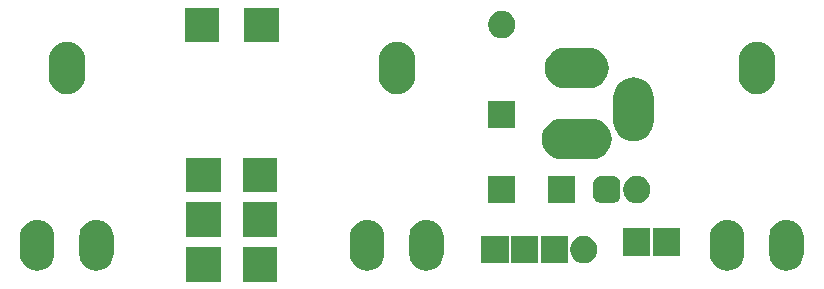
<source format=gbr>
G04 #@! TF.GenerationSoftware,KiCad,Pcbnew,5.1.6-c6e7f7d~87~ubuntu19.10.1*
G04 #@! TF.CreationDate,2022-07-30T15:19:17+06:00*
G04 #@! TF.ProjectId,1590BB2_connector_board_extended_r1a,31353930-4242-4325-9f63-6f6e6e656374,1A*
G04 #@! TF.SameCoordinates,Original*
G04 #@! TF.FileFunction,Soldermask,Bot*
G04 #@! TF.FilePolarity,Negative*
%FSLAX46Y46*%
G04 Gerber Fmt 4.6, Leading zero omitted, Abs format (unit mm)*
G04 Created by KiCad (PCBNEW 5.1.6-c6e7f7d~87~ubuntu19.10.1) date 2022-07-30 15:19:17*
%MOMM*%
%LPD*%
G01*
G04 APERTURE LIST*
%ADD10C,0.100000*%
G04 APERTURE END LIST*
D10*
G36*
X94020000Y-160825000D02*
G01*
X91120000Y-160825000D01*
X91120000Y-157925000D01*
X94020000Y-157925000D01*
X94020000Y-160825000D01*
G37*
G36*
X89220000Y-160825000D02*
G01*
X86320000Y-160825000D01*
X86320000Y-157925000D01*
X89220000Y-157925000D01*
X89220000Y-160825000D01*
G37*
G36*
X106924249Y-155625981D02*
G01*
X107060912Y-155667438D01*
X107197576Y-155708894D01*
X107449472Y-155843534D01*
X107670265Y-156024735D01*
X107851466Y-156245527D01*
X107986106Y-156497423D01*
X108069019Y-156770751D01*
X108090000Y-156983774D01*
X108090000Y-158526226D01*
X108069019Y-158739249D01*
X107986106Y-159012577D01*
X107851466Y-159264473D01*
X107670265Y-159485265D01*
X107449473Y-159666466D01*
X107197577Y-159801106D01*
X107060913Y-159842563D01*
X106924250Y-159884019D01*
X106640000Y-159912015D01*
X106355751Y-159884019D01*
X106219088Y-159842563D01*
X106082424Y-159801106D01*
X105830528Y-159666466D01*
X105609736Y-159485265D01*
X105428535Y-159264473D01*
X105293895Y-159012577D01*
X105210981Y-158739249D01*
X105190000Y-158526226D01*
X105190000Y-156983775D01*
X105210981Y-156770752D01*
X105210982Y-156770750D01*
X105293894Y-156497425D01*
X105293894Y-156497424D01*
X105428534Y-156245528D01*
X105609735Y-156024735D01*
X105830527Y-155843534D01*
X106082423Y-155708894D01*
X106219087Y-155667437D01*
X106355750Y-155625981D01*
X106640000Y-155597985D01*
X106924249Y-155625981D01*
G37*
G36*
X132404249Y-155625981D02*
G01*
X132540912Y-155667438D01*
X132677576Y-155708894D01*
X132929472Y-155843534D01*
X133150265Y-156024735D01*
X133331466Y-156245527D01*
X133466106Y-156497423D01*
X133549019Y-156770751D01*
X133570000Y-156983774D01*
X133570000Y-158526226D01*
X133549019Y-158739249D01*
X133466106Y-159012577D01*
X133331466Y-159264473D01*
X133150265Y-159485265D01*
X132929473Y-159666466D01*
X132677577Y-159801106D01*
X132540913Y-159842563D01*
X132404250Y-159884019D01*
X132120000Y-159912015D01*
X131835751Y-159884019D01*
X131699088Y-159842563D01*
X131562424Y-159801106D01*
X131310528Y-159666466D01*
X131089736Y-159485265D01*
X130908535Y-159264473D01*
X130773895Y-159012577D01*
X130690981Y-158739249D01*
X130670000Y-158526226D01*
X130670000Y-156983775D01*
X130690981Y-156770752D01*
X130690982Y-156770750D01*
X130773894Y-156497425D01*
X130773894Y-156497424D01*
X130908534Y-156245528D01*
X131089735Y-156024735D01*
X131310527Y-155843534D01*
X131562423Y-155708894D01*
X131699087Y-155667437D01*
X131835750Y-155625981D01*
X132120000Y-155597985D01*
X132404249Y-155625981D01*
G37*
G36*
X137404249Y-155625981D02*
G01*
X137540912Y-155667438D01*
X137677576Y-155708894D01*
X137929472Y-155843534D01*
X138150265Y-156024735D01*
X138331466Y-156245527D01*
X138466106Y-156497423D01*
X138549019Y-156770751D01*
X138570000Y-156983774D01*
X138570000Y-158526226D01*
X138549019Y-158739249D01*
X138466106Y-159012577D01*
X138331466Y-159264473D01*
X138150265Y-159485265D01*
X137929473Y-159666466D01*
X137677577Y-159801106D01*
X137540913Y-159842563D01*
X137404250Y-159884019D01*
X137120000Y-159912015D01*
X136835751Y-159884019D01*
X136699088Y-159842563D01*
X136562424Y-159801106D01*
X136310528Y-159666466D01*
X136089736Y-159485265D01*
X135908535Y-159264473D01*
X135773895Y-159012577D01*
X135690981Y-158739249D01*
X135670000Y-158526226D01*
X135670000Y-156983775D01*
X135690981Y-156770752D01*
X135690982Y-156770750D01*
X135773894Y-156497425D01*
X135773894Y-156497424D01*
X135908534Y-156245528D01*
X136089735Y-156024735D01*
X136310527Y-155843534D01*
X136562423Y-155708894D01*
X136699087Y-155667437D01*
X136835750Y-155625981D01*
X137120000Y-155597985D01*
X137404249Y-155625981D01*
G37*
G36*
X73984249Y-155625981D02*
G01*
X74120912Y-155667438D01*
X74257576Y-155708894D01*
X74509472Y-155843534D01*
X74730265Y-156024735D01*
X74911466Y-156245527D01*
X75046106Y-156497423D01*
X75129019Y-156770751D01*
X75150000Y-156983774D01*
X75150000Y-158526226D01*
X75129019Y-158739249D01*
X75046106Y-159012577D01*
X74911466Y-159264473D01*
X74730265Y-159485265D01*
X74509473Y-159666466D01*
X74257577Y-159801106D01*
X74120913Y-159842563D01*
X73984250Y-159884019D01*
X73700000Y-159912015D01*
X73415751Y-159884019D01*
X73279088Y-159842563D01*
X73142424Y-159801106D01*
X72890528Y-159666466D01*
X72669736Y-159485265D01*
X72488535Y-159264473D01*
X72353895Y-159012577D01*
X72270981Y-158739249D01*
X72250000Y-158526226D01*
X72250000Y-156983775D01*
X72270981Y-156770752D01*
X72270982Y-156770750D01*
X72353894Y-156497425D01*
X72353894Y-156497424D01*
X72488534Y-156245528D01*
X72669735Y-156024735D01*
X72890527Y-155843534D01*
X73142423Y-155708894D01*
X73279087Y-155667437D01*
X73415750Y-155625981D01*
X73700000Y-155597985D01*
X73984249Y-155625981D01*
G37*
G36*
X101924249Y-155625981D02*
G01*
X102060912Y-155667438D01*
X102197576Y-155708894D01*
X102449472Y-155843534D01*
X102670265Y-156024735D01*
X102851466Y-156245527D01*
X102986106Y-156497423D01*
X103069019Y-156770751D01*
X103090000Y-156983774D01*
X103090000Y-158526226D01*
X103069019Y-158739249D01*
X102986106Y-159012577D01*
X102851466Y-159264473D01*
X102670265Y-159485265D01*
X102449473Y-159666466D01*
X102197577Y-159801106D01*
X102060913Y-159842563D01*
X101924250Y-159884019D01*
X101640000Y-159912015D01*
X101355751Y-159884019D01*
X101219088Y-159842563D01*
X101082424Y-159801106D01*
X100830528Y-159666466D01*
X100609736Y-159485265D01*
X100428535Y-159264473D01*
X100293895Y-159012577D01*
X100210981Y-158739249D01*
X100190000Y-158526226D01*
X100190000Y-156983775D01*
X100210981Y-156770752D01*
X100210982Y-156770750D01*
X100293894Y-156497425D01*
X100293894Y-156497424D01*
X100428534Y-156245528D01*
X100609735Y-156024735D01*
X100830527Y-155843534D01*
X101082423Y-155708894D01*
X101219087Y-155667437D01*
X101355750Y-155625981D01*
X101640000Y-155597985D01*
X101924249Y-155625981D01*
G37*
G36*
X78984249Y-155625981D02*
G01*
X79120912Y-155667438D01*
X79257576Y-155708894D01*
X79509472Y-155843534D01*
X79730265Y-156024735D01*
X79911466Y-156245527D01*
X80046106Y-156497423D01*
X80129019Y-156770751D01*
X80150000Y-156983774D01*
X80150000Y-158526226D01*
X80129019Y-158739249D01*
X80046106Y-159012577D01*
X79911466Y-159264473D01*
X79730265Y-159485265D01*
X79509473Y-159666466D01*
X79257577Y-159801106D01*
X79120913Y-159842563D01*
X78984250Y-159884019D01*
X78700000Y-159912015D01*
X78415751Y-159884019D01*
X78279088Y-159842563D01*
X78142424Y-159801106D01*
X77890528Y-159666466D01*
X77669736Y-159485265D01*
X77488535Y-159264473D01*
X77353895Y-159012577D01*
X77270981Y-158739249D01*
X77250000Y-158526226D01*
X77250000Y-156983775D01*
X77270981Y-156770752D01*
X77270982Y-156770750D01*
X77353894Y-156497425D01*
X77353894Y-156497424D01*
X77488534Y-156245528D01*
X77669735Y-156024735D01*
X77890527Y-155843534D01*
X78142423Y-155708894D01*
X78279087Y-155667437D01*
X78415750Y-155625981D01*
X78700000Y-155597985D01*
X78984249Y-155625981D01*
G37*
G36*
X113605000Y-159265000D02*
G01*
X111305000Y-159265000D01*
X111305000Y-156965000D01*
X113605000Y-156965000D01*
X113605000Y-159265000D01*
G37*
G36*
X120179354Y-156987097D02*
G01*
X120290443Y-157009194D01*
X120413039Y-157059976D01*
X120499728Y-157095883D01*
X120688081Y-157221736D01*
X120848264Y-157381919D01*
X120974117Y-157570272D01*
X121010024Y-157656961D01*
X121060806Y-157779557D01*
X121060806Y-157779559D01*
X121089737Y-157925000D01*
X121105000Y-158001735D01*
X121105000Y-158228265D01*
X121060806Y-158450443D01*
X121029415Y-158526226D01*
X120974117Y-158659728D01*
X120848264Y-158848081D01*
X120688081Y-159008264D01*
X120499728Y-159134117D01*
X120413039Y-159170024D01*
X120290443Y-159220806D01*
X120179354Y-159242903D01*
X120068267Y-159265000D01*
X119841733Y-159265000D01*
X119730646Y-159242903D01*
X119619557Y-159220806D01*
X119496961Y-159170024D01*
X119410272Y-159134117D01*
X119221919Y-159008264D01*
X119061736Y-158848081D01*
X118935883Y-158659728D01*
X118880585Y-158526226D01*
X118849194Y-158450443D01*
X118805000Y-158228265D01*
X118805000Y-158001735D01*
X118820264Y-157925000D01*
X118849194Y-157779559D01*
X118849194Y-157779557D01*
X118899976Y-157656961D01*
X118935883Y-157570272D01*
X119061736Y-157381919D01*
X119221919Y-157221736D01*
X119410272Y-157095883D01*
X119496961Y-157059976D01*
X119619557Y-157009194D01*
X119730646Y-156987097D01*
X119841733Y-156965000D01*
X120068267Y-156965000D01*
X120179354Y-156987097D01*
G37*
G36*
X116105000Y-159265000D02*
G01*
X113805000Y-159265000D01*
X113805000Y-156965000D01*
X116105000Y-156965000D01*
X116105000Y-159265000D01*
G37*
G36*
X118605000Y-159265000D02*
G01*
X116305000Y-159265000D01*
X116305000Y-156965000D01*
X118605000Y-156965000D01*
X118605000Y-159265000D01*
G37*
G36*
X125610000Y-158630000D02*
G01*
X123310000Y-158630000D01*
X123310000Y-156330000D01*
X125610000Y-156330000D01*
X125610000Y-158630000D01*
G37*
G36*
X128150000Y-158630000D02*
G01*
X125850000Y-158630000D01*
X125850000Y-156330000D01*
X128150000Y-156330000D01*
X128150000Y-158630000D01*
G37*
G36*
X94020000Y-157025000D02*
G01*
X91120000Y-157025000D01*
X91120000Y-154125000D01*
X94020000Y-154125000D01*
X94020000Y-157025000D01*
G37*
G36*
X89220000Y-157025000D02*
G01*
X86320000Y-157025000D01*
X86320000Y-154125000D01*
X89220000Y-154125000D01*
X89220000Y-157025000D01*
G37*
G36*
X122530663Y-151898111D02*
G01*
X122656307Y-151936225D01*
X122772096Y-151998115D01*
X122873590Y-152081410D01*
X122956885Y-152182904D01*
X123018775Y-152298693D01*
X123056889Y-152424337D01*
X123070000Y-152557454D01*
X123070000Y-153512546D01*
X123056889Y-153645663D01*
X123018775Y-153771307D01*
X122956885Y-153887096D01*
X122873590Y-153988590D01*
X122772096Y-154071885D01*
X122656307Y-154133775D01*
X122530663Y-154171889D01*
X122397546Y-154185000D01*
X121442454Y-154185000D01*
X121309337Y-154171889D01*
X121183693Y-154133775D01*
X121067904Y-154071885D01*
X120966410Y-153988590D01*
X120883115Y-153887096D01*
X120821225Y-153771307D01*
X120783111Y-153645663D01*
X120770000Y-153512546D01*
X120770000Y-152557454D01*
X120783111Y-152424337D01*
X120821225Y-152298693D01*
X120883115Y-152182904D01*
X120966410Y-152081410D01*
X121067904Y-151998115D01*
X121183693Y-151936225D01*
X121309337Y-151898111D01*
X121442454Y-151885000D01*
X122397546Y-151885000D01*
X122530663Y-151898111D01*
G37*
G36*
X119260000Y-154185000D02*
G01*
X116960000Y-154185000D01*
X116960000Y-151885000D01*
X119260000Y-151885000D01*
X119260000Y-154185000D01*
G37*
G36*
X114180000Y-154185000D02*
G01*
X111880000Y-154185000D01*
X111880000Y-151885000D01*
X114180000Y-151885000D01*
X114180000Y-154185000D01*
G37*
G36*
X124684354Y-151907097D02*
G01*
X124795443Y-151929194D01*
X124918039Y-151979976D01*
X125004728Y-152015883D01*
X125193081Y-152141736D01*
X125353264Y-152301919D01*
X125479117Y-152490272D01*
X125514212Y-152575000D01*
X125565806Y-152699557D01*
X125565806Y-152699559D01*
X125610000Y-152921733D01*
X125610000Y-153148267D01*
X125587903Y-153259354D01*
X125565806Y-153370443D01*
X125515024Y-153493039D01*
X125479117Y-153579728D01*
X125353264Y-153768081D01*
X125193081Y-153928264D01*
X125004728Y-154054117D01*
X124918039Y-154090024D01*
X124795443Y-154140806D01*
X124684354Y-154162903D01*
X124573267Y-154185000D01*
X124346733Y-154185000D01*
X124235646Y-154162903D01*
X124124557Y-154140806D01*
X124001961Y-154090024D01*
X123915272Y-154054117D01*
X123726919Y-153928264D01*
X123566736Y-153768081D01*
X123440883Y-153579728D01*
X123404976Y-153493039D01*
X123354194Y-153370443D01*
X123332097Y-153259354D01*
X123310000Y-153148267D01*
X123310000Y-152921733D01*
X123354194Y-152699559D01*
X123354194Y-152699557D01*
X123405788Y-152575000D01*
X123440883Y-152490272D01*
X123566736Y-152301919D01*
X123726919Y-152141736D01*
X123915272Y-152015883D01*
X124001961Y-151979976D01*
X124124557Y-151929194D01*
X124235646Y-151907097D01*
X124346733Y-151885000D01*
X124573267Y-151885000D01*
X124684354Y-151907097D01*
G37*
G36*
X94020000Y-153225000D02*
G01*
X91120000Y-153225000D01*
X91120000Y-150325000D01*
X94020000Y-150325000D01*
X94020000Y-153225000D01*
G37*
G36*
X89220000Y-153225000D02*
G01*
X86320000Y-153225000D01*
X86320000Y-150325000D01*
X89220000Y-150325000D01*
X89220000Y-153225000D01*
G37*
G36*
X120963258Y-147079597D02*
G01*
X121283711Y-147176806D01*
X121579036Y-147334661D01*
X121579037Y-147334662D01*
X121579039Y-147334663D01*
X121583731Y-147338514D01*
X121837897Y-147547103D01*
X122050339Y-147805964D01*
X122208194Y-148101289D01*
X122305403Y-148421742D01*
X122338225Y-148755000D01*
X122305403Y-149088258D01*
X122208194Y-149408711D01*
X122050339Y-149704036D01*
X122050337Y-149704039D01*
X121837897Y-149962897D01*
X121579039Y-150175337D01*
X121579037Y-150175338D01*
X121579036Y-150175339D01*
X121283711Y-150333194D01*
X120963258Y-150430403D01*
X120713514Y-150455000D01*
X118046486Y-150455000D01*
X117796742Y-150430403D01*
X117476289Y-150333194D01*
X117180964Y-150175339D01*
X117180963Y-150175338D01*
X117180961Y-150175337D01*
X116922103Y-149962897D01*
X116709663Y-149704039D01*
X116709661Y-149704036D01*
X116551806Y-149408711D01*
X116454597Y-149088258D01*
X116421775Y-148755000D01*
X116454597Y-148421742D01*
X116551806Y-148101289D01*
X116709661Y-147805964D01*
X116922103Y-147547103D01*
X117176269Y-147338514D01*
X117180961Y-147334663D01*
X117180963Y-147334662D01*
X117180964Y-147334661D01*
X117476289Y-147176806D01*
X117796742Y-147079597D01*
X118046486Y-147055000D01*
X120713514Y-147055000D01*
X120963258Y-147079597D01*
G37*
G36*
X124513257Y-143579597D02*
G01*
X124833710Y-143676806D01*
X125129036Y-143834661D01*
X125129038Y-143834663D01*
X125387897Y-144047103D01*
X125600337Y-144305961D01*
X125600338Y-144305963D01*
X125600339Y-144305964D01*
X125758194Y-144601289D01*
X125855403Y-144921742D01*
X125880000Y-145171486D01*
X125880000Y-147338514D01*
X125855403Y-147588258D01*
X125758194Y-147908711D01*
X125600339Y-148204036D01*
X125600337Y-148204039D01*
X125387897Y-148462897D01*
X125129039Y-148675337D01*
X125129037Y-148675338D01*
X125129036Y-148675339D01*
X124833711Y-148833194D01*
X124513258Y-148930403D01*
X124180000Y-148963225D01*
X123846743Y-148930403D01*
X123526290Y-148833194D01*
X123230965Y-148675339D01*
X123230964Y-148675338D01*
X123230962Y-148675337D01*
X122972104Y-148462897D01*
X122759664Y-148204039D01*
X122759662Y-148204036D01*
X122601807Y-147908711D01*
X122504598Y-147588258D01*
X122480001Y-147338514D01*
X122480000Y-145171487D01*
X122504597Y-144921743D01*
X122601806Y-144601290D01*
X122759661Y-144305964D01*
X122972103Y-144047103D01*
X123074708Y-143962897D01*
X123230961Y-143834663D01*
X123230963Y-143834662D01*
X123230964Y-143834661D01*
X123526289Y-143676806D01*
X123846742Y-143579597D01*
X124180000Y-143546775D01*
X124513257Y-143579597D01*
G37*
G36*
X114180000Y-147835000D02*
G01*
X111880000Y-147835000D01*
X111880000Y-145535000D01*
X114180000Y-145535000D01*
X114180000Y-147835000D01*
G37*
G36*
X134923852Y-140577427D02*
G01*
X135216029Y-140666059D01*
X135485297Y-140809985D01*
X135721318Y-141003682D01*
X135915015Y-141239702D01*
X136058941Y-141508970D01*
X136147573Y-141801147D01*
X136170000Y-142028857D01*
X136170000Y-143481143D01*
X136147573Y-143708853D01*
X136058941Y-144001030D01*
X135915015Y-144270298D01*
X135721318Y-144506318D01*
X135485298Y-144700015D01*
X135216030Y-144843941D01*
X134923853Y-144932573D01*
X134620000Y-144962499D01*
X134316148Y-144932573D01*
X134023971Y-144843941D01*
X133754703Y-144700015D01*
X133518683Y-144506318D01*
X133324986Y-144270298D01*
X133181060Y-144001030D01*
X133181059Y-144001029D01*
X133130592Y-143834663D01*
X133092427Y-143708853D01*
X133070000Y-143481143D01*
X133070000Y-142028858D01*
X133092427Y-141801148D01*
X133181059Y-141508971D01*
X133324985Y-141239703D01*
X133518682Y-141003682D01*
X133754702Y-140809985D01*
X134023970Y-140666059D01*
X134316147Y-140577427D01*
X134620000Y-140547501D01*
X134923852Y-140577427D01*
G37*
G36*
X76503852Y-140577427D02*
G01*
X76796029Y-140666059D01*
X77065297Y-140809985D01*
X77301318Y-141003682D01*
X77495015Y-141239702D01*
X77638941Y-141508970D01*
X77727573Y-141801147D01*
X77750000Y-142028857D01*
X77750000Y-143481143D01*
X77727573Y-143708853D01*
X77638941Y-144001030D01*
X77495015Y-144270298D01*
X77301318Y-144506318D01*
X77065298Y-144700015D01*
X76796030Y-144843941D01*
X76503853Y-144932573D01*
X76200000Y-144962499D01*
X75896148Y-144932573D01*
X75603971Y-144843941D01*
X75334703Y-144700015D01*
X75098683Y-144506318D01*
X74904986Y-144270298D01*
X74761060Y-144001030D01*
X74761059Y-144001029D01*
X74710592Y-143834663D01*
X74672427Y-143708853D01*
X74650000Y-143481143D01*
X74650000Y-142028858D01*
X74672427Y-141801148D01*
X74761059Y-141508971D01*
X74904985Y-141239703D01*
X75098682Y-141003682D01*
X75334702Y-140809985D01*
X75603970Y-140666059D01*
X75896147Y-140577427D01*
X76200000Y-140547501D01*
X76503852Y-140577427D01*
G37*
G36*
X104443852Y-140577427D02*
G01*
X104736029Y-140666059D01*
X105005297Y-140809985D01*
X105241318Y-141003682D01*
X105435015Y-141239702D01*
X105578941Y-141508970D01*
X105667573Y-141801147D01*
X105690000Y-142028857D01*
X105690000Y-143481143D01*
X105667573Y-143708853D01*
X105578941Y-144001030D01*
X105435015Y-144270298D01*
X105241318Y-144506318D01*
X105005298Y-144700015D01*
X104736030Y-144843941D01*
X104443853Y-144932573D01*
X104140000Y-144962499D01*
X103836148Y-144932573D01*
X103543971Y-144843941D01*
X103274703Y-144700015D01*
X103038683Y-144506318D01*
X102844986Y-144270298D01*
X102701060Y-144001030D01*
X102701059Y-144001029D01*
X102650592Y-143834663D01*
X102612427Y-143708853D01*
X102590000Y-143481143D01*
X102590000Y-142028858D01*
X102612427Y-141801148D01*
X102701059Y-141508971D01*
X102844985Y-141239703D01*
X103038682Y-141003682D01*
X103274702Y-140809985D01*
X103543970Y-140666059D01*
X103836147Y-140577427D01*
X104140000Y-140547501D01*
X104443852Y-140577427D01*
G37*
G36*
X120713258Y-141079597D02*
G01*
X121033711Y-141176806D01*
X121329036Y-141334661D01*
X121329037Y-141334662D01*
X121329039Y-141334663D01*
X121541432Y-141508970D01*
X121587897Y-141547103D01*
X121800339Y-141805964D01*
X121958194Y-142101289D01*
X122055403Y-142421742D01*
X122088225Y-142755000D01*
X122055403Y-143088258D01*
X121958194Y-143408711D01*
X121800339Y-143704036D01*
X121800337Y-143704039D01*
X121587897Y-143962897D01*
X121329039Y-144175337D01*
X121329037Y-144175338D01*
X121329036Y-144175339D01*
X121033711Y-144333194D01*
X120713258Y-144430403D01*
X120463514Y-144455000D01*
X118296486Y-144455000D01*
X118046742Y-144430403D01*
X117726289Y-144333194D01*
X117430964Y-144175339D01*
X117430963Y-144175338D01*
X117430961Y-144175337D01*
X117172103Y-143962897D01*
X116959663Y-143704039D01*
X116959661Y-143704036D01*
X116801806Y-143408711D01*
X116704597Y-143088258D01*
X116671775Y-142755000D01*
X116704597Y-142421742D01*
X116801806Y-142101289D01*
X116959661Y-141805964D01*
X117172103Y-141547103D01*
X117218568Y-141508970D01*
X117430961Y-141334663D01*
X117430963Y-141334662D01*
X117430964Y-141334661D01*
X117726289Y-141176806D01*
X118046742Y-141079597D01*
X118296486Y-141055000D01*
X120463514Y-141055000D01*
X120713258Y-141079597D01*
G37*
G36*
X89120000Y-140525000D02*
G01*
X86220000Y-140525000D01*
X86220000Y-137625000D01*
X89120000Y-137625000D01*
X89120000Y-140525000D01*
G37*
G36*
X94120000Y-140525000D02*
G01*
X91220000Y-140525000D01*
X91220000Y-137625000D01*
X94120000Y-137625000D01*
X94120000Y-140525000D01*
G37*
G36*
X113254354Y-137937097D02*
G01*
X113365443Y-137959194D01*
X113488039Y-138009976D01*
X113574728Y-138045883D01*
X113763081Y-138171736D01*
X113923264Y-138331919D01*
X114049117Y-138520272D01*
X114085024Y-138606961D01*
X114135806Y-138729557D01*
X114180000Y-138951735D01*
X114180000Y-139178265D01*
X114135806Y-139400443D01*
X114085024Y-139523039D01*
X114049117Y-139609728D01*
X113923264Y-139798081D01*
X113763081Y-139958264D01*
X113574728Y-140084117D01*
X113488039Y-140120024D01*
X113365443Y-140170806D01*
X113254354Y-140192903D01*
X113143267Y-140215000D01*
X112916733Y-140215000D01*
X112805646Y-140192903D01*
X112694557Y-140170806D01*
X112571961Y-140120024D01*
X112485272Y-140084117D01*
X112296919Y-139958264D01*
X112136736Y-139798081D01*
X112010883Y-139609728D01*
X111974976Y-139523039D01*
X111924194Y-139400443D01*
X111880000Y-139178265D01*
X111880000Y-138951735D01*
X111924194Y-138729557D01*
X111974976Y-138606961D01*
X112010883Y-138520272D01*
X112136736Y-138331919D01*
X112296919Y-138171736D01*
X112485272Y-138045883D01*
X112571961Y-138009976D01*
X112694557Y-137959194D01*
X112805646Y-137937097D01*
X112916733Y-137915000D01*
X113143267Y-137915000D01*
X113254354Y-137937097D01*
G37*
M02*

</source>
